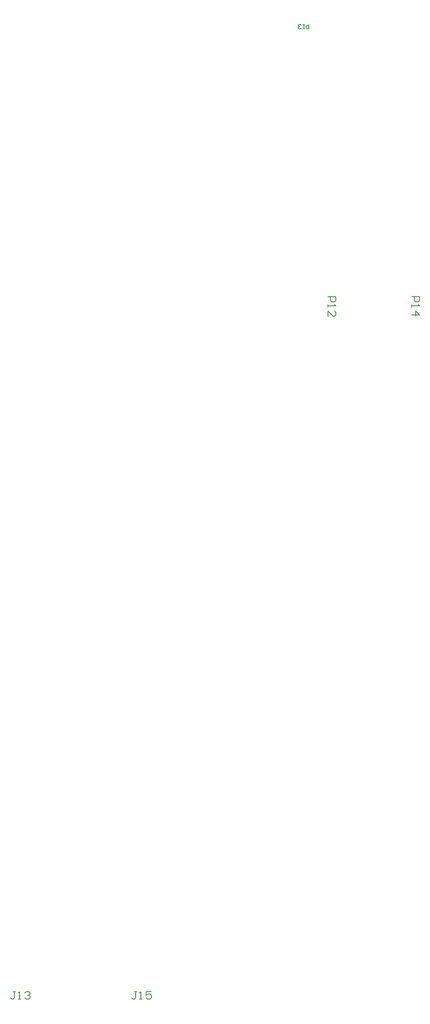
<source format=gbr>
%TF.GenerationSoftware,Altium Limited,Altium Designer,21.6.4 (81)*%
G04 Layer_Color=8388736*
%FSLAX43Y43*%
%MOMM*%
%TF.SameCoordinates,A962B9D3-E780-4B03-8A10-E236CC36F35F*%
%TF.FilePolarity,Positive*%
%TF.FileFunction,Other,Top_Designator*%
%TF.Part,Single*%
G01*
G75*
%TA.AperFunction,NonConductor*%
%ADD142C,0.150*%
D142*
X150651Y7750D02*
X150151D01*
X150401D01*
Y6500D01*
X150151Y6250D01*
X149901D01*
X149651Y6500D01*
X151150Y6250D02*
X151650D01*
X151400D01*
Y7750D01*
X151150Y7500D01*
X153400Y7750D02*
X152400D01*
Y7000D01*
X152900Y7250D01*
X153150D01*
X153400Y7000D01*
Y6500D01*
X153150Y6250D01*
X152650D01*
X152400Y6500D01*
X127125Y7750D02*
X126625D01*
X126875D01*
Y6500D01*
X126625Y6250D01*
X126376D01*
X126126Y6500D01*
X127625Y6250D02*
X128125D01*
X127875D01*
Y7750D01*
X127625Y7500D01*
X128875D02*
X129125Y7750D01*
X129624D01*
X129874Y7500D01*
Y7250D01*
X129624Y7000D01*
X129375D01*
X129624D01*
X129874Y6750D01*
Y6500D01*
X129624Y6250D01*
X129125D01*
X128875Y6500D01*
X204020Y142399D02*
X205520D01*
Y141650D01*
X205270Y141400D01*
X204770D01*
X204520Y141650D01*
Y142399D01*
X204020Y140900D02*
Y140400D01*
Y140650D01*
X205520D01*
X205270Y140900D01*
X204020Y138901D02*
X205520D01*
X204770Y139650D01*
Y138651D01*
X183995Y195142D02*
Y194342D01*
X183595D01*
X183462Y194475D01*
Y194742D01*
X183595Y194875D01*
X183995D01*
X183195Y195142D02*
X182928D01*
X183062D01*
Y194342D01*
X183195Y194475D01*
X182529D02*
X182395Y194342D01*
X182129D01*
X181995Y194475D01*
Y194609D01*
X182129Y194742D01*
X182262D01*
X182129D01*
X181995Y194875D01*
Y195009D01*
X182129Y195142D01*
X182395D01*
X182529Y195009D01*
X187745Y142389D02*
X189245D01*
Y141640D01*
X188995Y141390D01*
X188495D01*
X188245Y141640D01*
Y142389D01*
X187745Y140890D02*
Y140390D01*
Y140640D01*
X189245D01*
X188995Y140890D01*
X187745Y138641D02*
Y139640D01*
X188745Y138641D01*
X188995D01*
X189245Y138891D01*
Y139390D01*
X188995Y139640D01*
%TF.MD5,0ffee9d61c50324f625a6f4db5734ead*%
M02*

</source>
